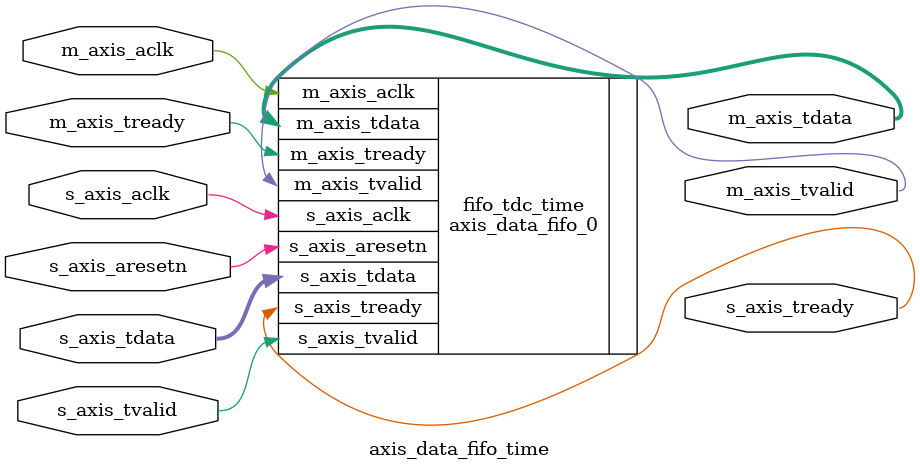
<source format=v>
`timescale 1ns / 1ps


module axis_data_fifo_time(
    input s_axis_aclk,
    input s_axis_aresetn,

    input [127:0] s_axis_tdata,
    input s_axis_tvalid,
    output s_axis_tready,
    // input s_axis_tlast,

    input m_axis_aclk,
    output [127:0] m_axis_tdata,
    output m_axis_tvalid,
    input m_axis_tready
    // output m_axis_tlast

    );

axis_data_fifo_0 fifo_tdc_time (
  .s_axis_aresetn(s_axis_aresetn),  // input wire s_axis_aresetn
  .s_axis_aclk(s_axis_aclk),        // input wire s_axis_aclk
  .s_axis_tvalid(s_axis_tvalid),    // input wire s_axis_tvalid
  .s_axis_tready(s_axis_tready),    // output wire s_axis_tready
  .s_axis_tdata(s_axis_tdata),      // input wire [127 : 0] s_axis_tdata
  // .s_axis_tlast(s_axis_tlast),      // input wire s_axis_tlast
  .m_axis_aclk(m_axis_aclk),        // input wire m_axis_aclk
  .m_axis_tvalid(m_axis_tvalid),    // output wire m_axis_tvalid
  .m_axis_tready(m_axis_tready),    // input wire m_axis_tready
  .m_axis_tdata(m_axis_tdata)      // output wire [127 : 0] m_axis_tdata
  // .m_axis_tlast(m_axis_tlast)      // output wire m_axis_tlast
);
endmodule

</source>
